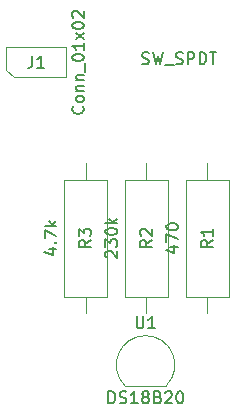
<source format=gbr>
%TF.GenerationSoftware,KiCad,Pcbnew,5.1.5*%
%TF.CreationDate,2020-11-01T11:17:01+00:00*%
%TF.ProjectId,board,626f6172-642e-46b6-9963-61645f706362,rev?*%
%TF.SameCoordinates,Original*%
%TF.FileFunction,Other,Fab,Top*%
%FSLAX46Y46*%
G04 Gerber Fmt 4.6, Leading zero omitted, Abs format (unit mm)*
G04 Created by KiCad (PCBNEW 5.1.5) date 2020-11-01 11:17:01*
%MOMM*%
%LPD*%
G04 APERTURE LIST*
%ADD10C,0.100000*%
%ADD11C,0.150000*%
G04 APERTURE END LIST*
D10*
%TO.C,R2*%
X139044999Y-108965001D02*
X139044999Y-107565001D01*
X139044999Y-96265001D02*
X139044999Y-97665001D01*
X140844999Y-107565001D02*
X140844999Y-97665001D01*
X137244999Y-107565001D02*
X140844999Y-107565001D01*
X137244999Y-97665001D02*
X137244999Y-107565001D01*
X140844999Y-97665001D02*
X137244999Y-97665001D01*
%TO.C,J1*%
X127170000Y-88365000D02*
X127170000Y-86460000D01*
X127170000Y-86460000D02*
X132250000Y-86460000D01*
X132250000Y-86460000D02*
X132250000Y-89000000D01*
X132250000Y-89000000D02*
X127805000Y-89000000D01*
X127805000Y-89000000D02*
X127170000Y-88365000D01*
%TO.C,U1*%
X137200000Y-115110000D02*
X140700000Y-115110000D01*
X140723625Y-115113625D02*
G75*
G03X138970000Y-110880000I-1753625J1753625D01*
G01*
X137216375Y-115113625D02*
G75*
G02X138970000Y-110880000I1753625J1753625D01*
G01*
%TO.C,R1*%
X144194999Y-108965001D02*
X144194999Y-107565001D01*
X144194999Y-96265001D02*
X144194999Y-97665001D01*
X145994999Y-107565001D02*
X145994999Y-97665001D01*
X142394999Y-107565001D02*
X145994999Y-107565001D01*
X142394999Y-97665001D02*
X142394999Y-107565001D01*
X145994999Y-97665001D02*
X142394999Y-97665001D01*
%TO.C,R3*%
X133894999Y-108965001D02*
X133894999Y-107565001D01*
X133894999Y-96265001D02*
X133894999Y-97665001D01*
X135694999Y-107565001D02*
X135694999Y-97665001D01*
X132094999Y-107565001D02*
X135694999Y-107565001D01*
X132094999Y-97665001D02*
X132094999Y-107565001D01*
X135694999Y-97665001D02*
X132094999Y-97665001D01*
%TD*%
%TO.C,SW1*%
D11*
X138684761Y-87844761D02*
X138827619Y-87892380D01*
X139065714Y-87892380D01*
X139160952Y-87844761D01*
X139208571Y-87797142D01*
X139256190Y-87701904D01*
X139256190Y-87606666D01*
X139208571Y-87511428D01*
X139160952Y-87463809D01*
X139065714Y-87416190D01*
X138875238Y-87368571D01*
X138780000Y-87320952D01*
X138732380Y-87273333D01*
X138684761Y-87178095D01*
X138684761Y-87082857D01*
X138732380Y-86987619D01*
X138780000Y-86940000D01*
X138875238Y-86892380D01*
X139113333Y-86892380D01*
X139256190Y-86940000D01*
X139589523Y-86892380D02*
X139827619Y-87892380D01*
X140018095Y-87178095D01*
X140208571Y-87892380D01*
X140446666Y-86892380D01*
X140589523Y-87987619D02*
X141351428Y-87987619D01*
X141541904Y-87844761D02*
X141684761Y-87892380D01*
X141922857Y-87892380D01*
X142018095Y-87844761D01*
X142065714Y-87797142D01*
X142113333Y-87701904D01*
X142113333Y-87606666D01*
X142065714Y-87511428D01*
X142018095Y-87463809D01*
X141922857Y-87416190D01*
X141732380Y-87368571D01*
X141637142Y-87320952D01*
X141589523Y-87273333D01*
X141541904Y-87178095D01*
X141541904Y-87082857D01*
X141589523Y-86987619D01*
X141637142Y-86940000D01*
X141732380Y-86892380D01*
X141970476Y-86892380D01*
X142113333Y-86940000D01*
X142541904Y-87892380D02*
X142541904Y-86892380D01*
X142922857Y-86892380D01*
X143018095Y-86940000D01*
X143065714Y-86987619D01*
X143113333Y-87082857D01*
X143113333Y-87225714D01*
X143065714Y-87320952D01*
X143018095Y-87368571D01*
X142922857Y-87416190D01*
X142541904Y-87416190D01*
X143541904Y-87892380D02*
X143541904Y-86892380D01*
X143780000Y-86892380D01*
X143922857Y-86940000D01*
X144018095Y-87035238D01*
X144065714Y-87130476D01*
X144113333Y-87320952D01*
X144113333Y-87463809D01*
X144065714Y-87654285D01*
X144018095Y-87749523D01*
X143922857Y-87844761D01*
X143780000Y-87892380D01*
X143541904Y-87892380D01*
X144399047Y-86892380D02*
X144970476Y-86892380D01*
X144684761Y-87892380D02*
X144684761Y-86892380D01*
%TO.C,R2*%
X135672618Y-104257858D02*
X135624999Y-104210239D01*
X135577379Y-104115001D01*
X135577379Y-103876905D01*
X135624999Y-103781667D01*
X135672618Y-103734048D01*
X135767856Y-103686429D01*
X135863094Y-103686429D01*
X136005951Y-103734048D01*
X136577379Y-104305477D01*
X136577379Y-103686429D01*
X135577379Y-103353096D02*
X135577379Y-102734048D01*
X135958332Y-103067381D01*
X135958332Y-102924524D01*
X136005951Y-102829286D01*
X136053570Y-102781667D01*
X136148808Y-102734048D01*
X136386903Y-102734048D01*
X136482141Y-102781667D01*
X136529760Y-102829286D01*
X136577379Y-102924524D01*
X136577379Y-103210239D01*
X136529760Y-103305477D01*
X136482141Y-103353096D01*
X135577379Y-102115001D02*
X135577379Y-102019762D01*
X135624999Y-101924524D01*
X135672618Y-101876905D01*
X135767856Y-101829286D01*
X135958332Y-101781667D01*
X136196427Y-101781667D01*
X136386903Y-101829286D01*
X136482141Y-101876905D01*
X136529760Y-101924524D01*
X136577379Y-102019762D01*
X136577379Y-102115001D01*
X136529760Y-102210239D01*
X136482141Y-102257858D01*
X136386903Y-102305477D01*
X136196427Y-102353096D01*
X135958332Y-102353096D01*
X135767856Y-102305477D01*
X135672618Y-102257858D01*
X135624999Y-102210239D01*
X135577379Y-102115001D01*
X136577379Y-101353096D02*
X135577379Y-101353096D01*
X136196427Y-101257858D02*
X136577379Y-100972143D01*
X135910713Y-100972143D02*
X136291665Y-101353096D01*
X139497379Y-102781667D02*
X139021189Y-103115001D01*
X139497379Y-103353096D02*
X138497379Y-103353096D01*
X138497379Y-102972143D01*
X138544999Y-102876905D01*
X138592618Y-102829286D01*
X138687856Y-102781667D01*
X138830713Y-102781667D01*
X138925951Y-102829286D01*
X138973570Y-102876905D01*
X139021189Y-102972143D01*
X139021189Y-103353096D01*
X138592618Y-102400715D02*
X138544999Y-102353096D01*
X138497379Y-102257858D01*
X138497379Y-102019762D01*
X138544999Y-101924524D01*
X138592618Y-101876905D01*
X138687856Y-101829286D01*
X138783094Y-101829286D01*
X138925951Y-101876905D01*
X139497379Y-102448334D01*
X139497379Y-101829286D01*
%TO.C,J1*%
X133667142Y-91468095D02*
X133714761Y-91515714D01*
X133762380Y-91658571D01*
X133762380Y-91753809D01*
X133714761Y-91896666D01*
X133619523Y-91991904D01*
X133524285Y-92039523D01*
X133333809Y-92087142D01*
X133190952Y-92087142D01*
X133000476Y-92039523D01*
X132905238Y-91991904D01*
X132810000Y-91896666D01*
X132762380Y-91753809D01*
X132762380Y-91658571D01*
X132810000Y-91515714D01*
X132857619Y-91468095D01*
X133762380Y-90896666D02*
X133714761Y-90991904D01*
X133667142Y-91039523D01*
X133571904Y-91087142D01*
X133286190Y-91087142D01*
X133190952Y-91039523D01*
X133143333Y-90991904D01*
X133095714Y-90896666D01*
X133095714Y-90753809D01*
X133143333Y-90658571D01*
X133190952Y-90610952D01*
X133286190Y-90563333D01*
X133571904Y-90563333D01*
X133667142Y-90610952D01*
X133714761Y-90658571D01*
X133762380Y-90753809D01*
X133762380Y-90896666D01*
X133095714Y-90134761D02*
X133762380Y-90134761D01*
X133190952Y-90134761D02*
X133143333Y-90087142D01*
X133095714Y-89991904D01*
X133095714Y-89849047D01*
X133143333Y-89753809D01*
X133238571Y-89706190D01*
X133762380Y-89706190D01*
X133095714Y-89230000D02*
X133762380Y-89230000D01*
X133190952Y-89230000D02*
X133143333Y-89182380D01*
X133095714Y-89087142D01*
X133095714Y-88944285D01*
X133143333Y-88849047D01*
X133238571Y-88801428D01*
X133762380Y-88801428D01*
X133857619Y-88563333D02*
X133857619Y-87801428D01*
X132762380Y-87372857D02*
X132762380Y-87277619D01*
X132810000Y-87182380D01*
X132857619Y-87134761D01*
X132952857Y-87087142D01*
X133143333Y-87039523D01*
X133381428Y-87039523D01*
X133571904Y-87087142D01*
X133667142Y-87134761D01*
X133714761Y-87182380D01*
X133762380Y-87277619D01*
X133762380Y-87372857D01*
X133714761Y-87468095D01*
X133667142Y-87515714D01*
X133571904Y-87563333D01*
X133381428Y-87610952D01*
X133143333Y-87610952D01*
X132952857Y-87563333D01*
X132857619Y-87515714D01*
X132810000Y-87468095D01*
X132762380Y-87372857D01*
X133762380Y-86087142D02*
X133762380Y-86658571D01*
X133762380Y-86372857D02*
X132762380Y-86372857D01*
X132905238Y-86468095D01*
X133000476Y-86563333D01*
X133048095Y-86658571D01*
X133762380Y-85753809D02*
X133095714Y-85230000D01*
X133095714Y-85753809D02*
X133762380Y-85230000D01*
X132762380Y-84658571D02*
X132762380Y-84563333D01*
X132810000Y-84468095D01*
X132857619Y-84420476D01*
X132952857Y-84372857D01*
X133143333Y-84325238D01*
X133381428Y-84325238D01*
X133571904Y-84372857D01*
X133667142Y-84420476D01*
X133714761Y-84468095D01*
X133762380Y-84563333D01*
X133762380Y-84658571D01*
X133714761Y-84753809D01*
X133667142Y-84801428D01*
X133571904Y-84849047D01*
X133381428Y-84896666D01*
X133143333Y-84896666D01*
X132952857Y-84849047D01*
X132857619Y-84801428D01*
X132810000Y-84753809D01*
X132762380Y-84658571D01*
X132857619Y-83944285D02*
X132810000Y-83896666D01*
X132762380Y-83801428D01*
X132762380Y-83563333D01*
X132810000Y-83468095D01*
X132857619Y-83420476D01*
X132952857Y-83372857D01*
X133048095Y-83372857D01*
X133190952Y-83420476D01*
X133762380Y-83991904D01*
X133762380Y-83372857D01*
X129376666Y-87182380D02*
X129376666Y-87896666D01*
X129329047Y-88039523D01*
X129233809Y-88134761D01*
X129090952Y-88182380D01*
X128995714Y-88182380D01*
X130376666Y-88182380D02*
X129805238Y-88182380D01*
X130090952Y-88182380D02*
X130090952Y-87182380D01*
X129995714Y-87325238D01*
X129900476Y-87420476D01*
X129805238Y-87468095D01*
%TO.C,U1*%
X135827142Y-116602380D02*
X135827142Y-115602380D01*
X136065238Y-115602380D01*
X136208095Y-115650000D01*
X136303333Y-115745238D01*
X136350952Y-115840476D01*
X136398571Y-116030952D01*
X136398571Y-116173809D01*
X136350952Y-116364285D01*
X136303333Y-116459523D01*
X136208095Y-116554761D01*
X136065238Y-116602380D01*
X135827142Y-116602380D01*
X136779523Y-116554761D02*
X136922380Y-116602380D01*
X137160476Y-116602380D01*
X137255714Y-116554761D01*
X137303333Y-116507142D01*
X137350952Y-116411904D01*
X137350952Y-116316666D01*
X137303333Y-116221428D01*
X137255714Y-116173809D01*
X137160476Y-116126190D01*
X136970000Y-116078571D01*
X136874761Y-116030952D01*
X136827142Y-115983333D01*
X136779523Y-115888095D01*
X136779523Y-115792857D01*
X136827142Y-115697619D01*
X136874761Y-115650000D01*
X136970000Y-115602380D01*
X137208095Y-115602380D01*
X137350952Y-115650000D01*
X138303333Y-116602380D02*
X137731904Y-116602380D01*
X138017619Y-116602380D02*
X138017619Y-115602380D01*
X137922380Y-115745238D01*
X137827142Y-115840476D01*
X137731904Y-115888095D01*
X138874761Y-116030952D02*
X138779523Y-115983333D01*
X138731904Y-115935714D01*
X138684285Y-115840476D01*
X138684285Y-115792857D01*
X138731904Y-115697619D01*
X138779523Y-115650000D01*
X138874761Y-115602380D01*
X139065238Y-115602380D01*
X139160476Y-115650000D01*
X139208095Y-115697619D01*
X139255714Y-115792857D01*
X139255714Y-115840476D01*
X139208095Y-115935714D01*
X139160476Y-115983333D01*
X139065238Y-116030952D01*
X138874761Y-116030952D01*
X138779523Y-116078571D01*
X138731904Y-116126190D01*
X138684285Y-116221428D01*
X138684285Y-116411904D01*
X138731904Y-116507142D01*
X138779523Y-116554761D01*
X138874761Y-116602380D01*
X139065238Y-116602380D01*
X139160476Y-116554761D01*
X139208095Y-116507142D01*
X139255714Y-116411904D01*
X139255714Y-116221428D01*
X139208095Y-116126190D01*
X139160476Y-116078571D01*
X139065238Y-116030952D01*
X140017619Y-116078571D02*
X140160476Y-116126190D01*
X140208095Y-116173809D01*
X140255714Y-116269047D01*
X140255714Y-116411904D01*
X140208095Y-116507142D01*
X140160476Y-116554761D01*
X140065238Y-116602380D01*
X139684285Y-116602380D01*
X139684285Y-115602380D01*
X140017619Y-115602380D01*
X140112857Y-115650000D01*
X140160476Y-115697619D01*
X140208095Y-115792857D01*
X140208095Y-115888095D01*
X140160476Y-115983333D01*
X140112857Y-116030952D01*
X140017619Y-116078571D01*
X139684285Y-116078571D01*
X140636666Y-115697619D02*
X140684285Y-115650000D01*
X140779523Y-115602380D01*
X141017619Y-115602380D01*
X141112857Y-115650000D01*
X141160476Y-115697619D01*
X141208095Y-115792857D01*
X141208095Y-115888095D01*
X141160476Y-116030952D01*
X140589047Y-116602380D01*
X141208095Y-116602380D01*
X141827142Y-115602380D02*
X141922380Y-115602380D01*
X142017619Y-115650000D01*
X142065238Y-115697619D01*
X142112857Y-115792857D01*
X142160476Y-115983333D01*
X142160476Y-116221428D01*
X142112857Y-116411904D01*
X142065238Y-116507142D01*
X142017619Y-116554761D01*
X141922380Y-116602380D01*
X141827142Y-116602380D01*
X141731904Y-116554761D01*
X141684285Y-116507142D01*
X141636666Y-116411904D01*
X141589047Y-116221428D01*
X141589047Y-115983333D01*
X141636666Y-115792857D01*
X141684285Y-115697619D01*
X141731904Y-115650000D01*
X141827142Y-115602380D01*
X138208095Y-109252380D02*
X138208095Y-110061904D01*
X138255714Y-110157142D01*
X138303333Y-110204761D01*
X138398571Y-110252380D01*
X138589047Y-110252380D01*
X138684285Y-110204761D01*
X138731904Y-110157142D01*
X138779523Y-110061904D01*
X138779523Y-109252380D01*
X139779523Y-110252380D02*
X139208095Y-110252380D01*
X139493809Y-110252380D02*
X139493809Y-109252380D01*
X139398571Y-109395238D01*
X139303333Y-109490476D01*
X139208095Y-109538095D01*
%TO.C,R1*%
X141060713Y-103376905D02*
X141727379Y-103376905D01*
X140679760Y-103615001D02*
X141394046Y-103853096D01*
X141394046Y-103234048D01*
X140727379Y-102948334D02*
X140727379Y-102281667D01*
X141727379Y-102710239D01*
X140727379Y-101710239D02*
X140727379Y-101615001D01*
X140774999Y-101519762D01*
X140822618Y-101472143D01*
X140917856Y-101424524D01*
X141108332Y-101376905D01*
X141346427Y-101376905D01*
X141536903Y-101424524D01*
X141632141Y-101472143D01*
X141679760Y-101519762D01*
X141727379Y-101615001D01*
X141727379Y-101710239D01*
X141679760Y-101805477D01*
X141632141Y-101853096D01*
X141536903Y-101900715D01*
X141346427Y-101948334D01*
X141108332Y-101948334D01*
X140917856Y-101900715D01*
X140822618Y-101853096D01*
X140774999Y-101805477D01*
X140727379Y-101710239D01*
X144647379Y-102781667D02*
X144171189Y-103115001D01*
X144647379Y-103353096D02*
X143647379Y-103353096D01*
X143647379Y-102972143D01*
X143694999Y-102876905D01*
X143742618Y-102829286D01*
X143837856Y-102781667D01*
X143980713Y-102781667D01*
X144075951Y-102829286D01*
X144123570Y-102876905D01*
X144171189Y-102972143D01*
X144171189Y-103353096D01*
X144647379Y-101829286D02*
X144647379Y-102400715D01*
X144647379Y-102115001D02*
X143647379Y-102115001D01*
X143790237Y-102210239D01*
X143885475Y-102305477D01*
X143933094Y-102400715D01*
%TO.C,R3*%
X130760713Y-103543572D02*
X131427379Y-103543572D01*
X130379760Y-103781667D02*
X131094046Y-104019762D01*
X131094046Y-103400715D01*
X131332141Y-103019762D02*
X131379760Y-102972143D01*
X131427379Y-103019762D01*
X131379760Y-103067381D01*
X131332141Y-103019762D01*
X131427379Y-103019762D01*
X130427379Y-102638810D02*
X130427379Y-101972143D01*
X131427379Y-102400715D01*
X131427379Y-101591191D02*
X130427379Y-101591191D01*
X131046427Y-101495953D02*
X131427379Y-101210239D01*
X130760713Y-101210239D02*
X131141665Y-101591191D01*
X134347379Y-102781667D02*
X133871189Y-103115001D01*
X134347379Y-103353096D02*
X133347379Y-103353096D01*
X133347379Y-102972143D01*
X133394999Y-102876905D01*
X133442618Y-102829286D01*
X133537856Y-102781667D01*
X133680713Y-102781667D01*
X133775951Y-102829286D01*
X133823570Y-102876905D01*
X133871189Y-102972143D01*
X133871189Y-103353096D01*
X133347379Y-102448334D02*
X133347379Y-101829286D01*
X133728332Y-102162620D01*
X133728332Y-102019762D01*
X133775951Y-101924524D01*
X133823570Y-101876905D01*
X133918808Y-101829286D01*
X134156903Y-101829286D01*
X134252141Y-101876905D01*
X134299760Y-101924524D01*
X134347379Y-102019762D01*
X134347379Y-102305477D01*
X134299760Y-102400715D01*
X134252141Y-102448334D01*
%TD*%
M02*

</source>
